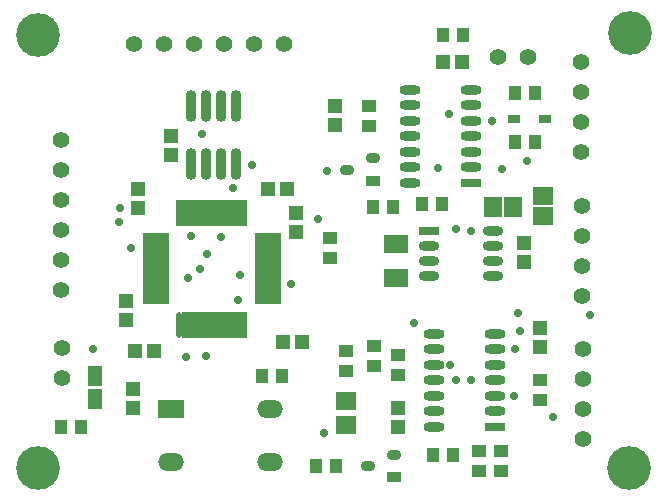
<source format=gts>
G04 Layer_Color=8388736*
%FSLAX24Y24*%
%MOIN*%
G70*
G01*
G75*
%ADD49R,0.0671X0.0631*%
%ADD50R,0.0434X0.0316*%
%ADD51R,0.0867X0.0592*%
%ADD52O,0.0867X0.0592*%
%ADD53R,0.0474X0.0474*%
%ADD54R,0.0198X0.0867*%
%ADD55R,0.0867X0.0198*%
%ADD56O,0.0198X0.0867*%
%ADD57R,0.0474X0.0356*%
%ADD58O,0.0474X0.0356*%
%ADD59R,0.0434X0.0474*%
%ADD60R,0.0474X0.0434*%
%ADD61R,0.0690X0.0316*%
%ADD62O,0.0690X0.0316*%
%ADD63O,0.0356X0.1064*%
%ADD64R,0.0474X0.0474*%
%ADD65O,0.0710X0.0316*%
%ADD66R,0.0710X0.0316*%
%ADD67R,0.0513X0.0680*%
%ADD68R,0.0592X0.0671*%
%ADD69R,0.0789X0.0592*%
%ADD70R,0.0671X0.0592*%
%ADD71C,0.0552*%
%ADD72C,0.1458*%
%ADD73C,0.0280*%
D49*
X40039Y32195D02*
D03*
Y33002D02*
D03*
D50*
X45638Y42400D02*
D03*
X46662D02*
D03*
D51*
X34200Y32722D02*
D03*
D52*
Y30950D02*
D03*
X37507Y32722D02*
D03*
Y30950D02*
D03*
D53*
X32913Y32756D02*
D03*
Y33386D02*
D03*
X34200Y41185D02*
D03*
Y41815D02*
D03*
X33100Y39435D02*
D03*
Y40065D02*
D03*
X45945Y38268D02*
D03*
Y37638D02*
D03*
X32700Y36315D02*
D03*
Y35685D02*
D03*
X38350Y38635D02*
D03*
Y39265D02*
D03*
X46496Y34803D02*
D03*
Y35433D02*
D03*
X41750Y32765D02*
D03*
Y32135D02*
D03*
X39650Y42185D02*
D03*
Y42815D02*
D03*
D54*
X34467Y39270D02*
D03*
X34664D02*
D03*
X34861D02*
D03*
X35058D02*
D03*
X35255D02*
D03*
X35452D02*
D03*
X35648D02*
D03*
X35845D02*
D03*
X36042D02*
D03*
X36239D02*
D03*
X36436D02*
D03*
X36633D02*
D03*
Y35530D02*
D03*
X36436D02*
D03*
X36239D02*
D03*
X36042D02*
D03*
X35845D02*
D03*
X35648D02*
D03*
X35452D02*
D03*
X35255D02*
D03*
X35058D02*
D03*
X34861D02*
D03*
X34664D02*
D03*
D55*
X37420Y38483D02*
D03*
Y38286D02*
D03*
Y38089D02*
D03*
Y37892D02*
D03*
Y37695D02*
D03*
Y37498D02*
D03*
Y37302D02*
D03*
Y37105D02*
D03*
Y36908D02*
D03*
Y36711D02*
D03*
Y36514D02*
D03*
Y36317D02*
D03*
X33680D02*
D03*
Y36514D02*
D03*
Y36711D02*
D03*
Y36908D02*
D03*
Y37105D02*
D03*
Y37302D02*
D03*
Y37498D02*
D03*
Y37695D02*
D03*
Y37892D02*
D03*
Y38089D02*
D03*
Y38286D02*
D03*
Y38483D02*
D03*
D56*
X34467Y35530D02*
D03*
D57*
X40916Y40326D02*
D03*
X41614Y30453D02*
D03*
D58*
X40916Y41074D02*
D03*
X40050Y40700D02*
D03*
X41614Y31201D02*
D03*
X40748Y30827D02*
D03*
D59*
X43235Y39550D02*
D03*
X42565D02*
D03*
X40915Y39450D02*
D03*
X41585D02*
D03*
X39035Y30827D02*
D03*
X39705D02*
D03*
X30531Y32126D02*
D03*
X31201D02*
D03*
X43602Y31181D02*
D03*
X42933D02*
D03*
X45665Y43250D02*
D03*
X46335D02*
D03*
X46335Y41615D02*
D03*
X45665D02*
D03*
X43248Y45197D02*
D03*
X43917D02*
D03*
X37894Y33819D02*
D03*
X37224D02*
D03*
D60*
X39500Y37765D02*
D03*
Y38435D02*
D03*
X40800Y42835D02*
D03*
Y42165D02*
D03*
X40950Y34165D02*
D03*
Y34835D02*
D03*
X41750Y34535D02*
D03*
Y33865D02*
D03*
X45200Y30665D02*
D03*
Y31335D02*
D03*
X44450Y31335D02*
D03*
Y30665D02*
D03*
X40039Y34665D02*
D03*
Y33996D02*
D03*
X46496Y33012D02*
D03*
Y33681D02*
D03*
D61*
X42800Y38650D02*
D03*
D62*
Y38150D02*
D03*
Y37650D02*
D03*
Y37150D02*
D03*
X44926Y38650D02*
D03*
Y38150D02*
D03*
Y37650D02*
D03*
Y37150D02*
D03*
D63*
X36341Y42815D02*
D03*
X35841D02*
D03*
X35341D02*
D03*
X34841D02*
D03*
X36341Y40886D02*
D03*
X35841D02*
D03*
X35341D02*
D03*
X34841D02*
D03*
D64*
X37435Y40050D02*
D03*
X38065D02*
D03*
X33615Y34650D02*
D03*
X32985D02*
D03*
X43268Y44291D02*
D03*
X43898D02*
D03*
X37913Y34961D02*
D03*
X38543D02*
D03*
D65*
X42953Y35231D02*
D03*
Y34716D02*
D03*
Y34200D02*
D03*
Y33684D02*
D03*
Y33168D02*
D03*
Y32653D02*
D03*
Y32137D02*
D03*
X45000Y35231D02*
D03*
Y34716D02*
D03*
Y34200D02*
D03*
Y33684D02*
D03*
Y33168D02*
D03*
Y32653D02*
D03*
X42153Y43363D02*
D03*
Y42847D02*
D03*
Y42332D02*
D03*
Y41816D02*
D03*
Y41300D02*
D03*
Y40784D02*
D03*
Y40269D02*
D03*
X44200Y43363D02*
D03*
Y42847D02*
D03*
Y42332D02*
D03*
Y41816D02*
D03*
Y41300D02*
D03*
Y40784D02*
D03*
D66*
X45000Y32137D02*
D03*
X44200Y40269D02*
D03*
D67*
X31650Y33050D02*
D03*
Y33837D02*
D03*
D68*
X44915Y39450D02*
D03*
X45585D02*
D03*
D69*
X41700Y37079D02*
D03*
Y38221D02*
D03*
D70*
X46575Y39154D02*
D03*
Y39823D02*
D03*
D71*
X47900Y39500D02*
D03*
Y38500D02*
D03*
Y36500D02*
D03*
Y37500D02*
D03*
X47913Y34717D02*
D03*
Y33717D02*
D03*
Y31717D02*
D03*
Y32717D02*
D03*
X32945Y44882D02*
D03*
X33945D02*
D03*
X35945D02*
D03*
X34945D02*
D03*
X36945D02*
D03*
X37945D02*
D03*
X30512Y36685D02*
D03*
Y37685D02*
D03*
Y39685D02*
D03*
Y38685D02*
D03*
Y40685D02*
D03*
Y41685D02*
D03*
X30551Y33740D02*
D03*
Y34740D02*
D03*
X46079Y44449D02*
D03*
X45079D02*
D03*
X47850Y44300D02*
D03*
Y43300D02*
D03*
Y41300D02*
D03*
Y42300D02*
D03*
D72*
X49450Y30750D02*
D03*
X29750D02*
D03*
Y45200D02*
D03*
X49500Y45250D02*
D03*
D73*
X35150Y37402D02*
D03*
X35400Y37874D02*
D03*
X35236Y41890D02*
D03*
X46063Y40984D02*
D03*
X46929Y32441D02*
D03*
X31575Y34724D02*
D03*
X42283Y35591D02*
D03*
X45666Y34716D02*
D03*
X43500Y34200D02*
D03*
X43450Y42550D02*
D03*
X45631Y33168D02*
D03*
X43700Y33700D02*
D03*
X44200D02*
D03*
Y38650D02*
D03*
X36900Y40850D02*
D03*
X39400Y40650D02*
D03*
X36250Y40100D02*
D03*
X39100Y39050D02*
D03*
X35350Y34500D02*
D03*
X34700Y34450D02*
D03*
X32450Y38950D02*
D03*
X32850Y38100D02*
D03*
X34861Y38489D02*
D03*
X35850Y38450D02*
D03*
X38200Y36900D02*
D03*
X34750Y37100D02*
D03*
X36500Y37200D02*
D03*
X43100Y40750D02*
D03*
X32485Y39435D02*
D03*
X45827Y35315D02*
D03*
X48150Y35866D02*
D03*
X44882Y42323D02*
D03*
X45748Y35906D02*
D03*
X45236Y40709D02*
D03*
X43701Y38716D02*
D03*
X39291Y31929D02*
D03*
X36417Y36339D02*
D03*
M02*

</source>
